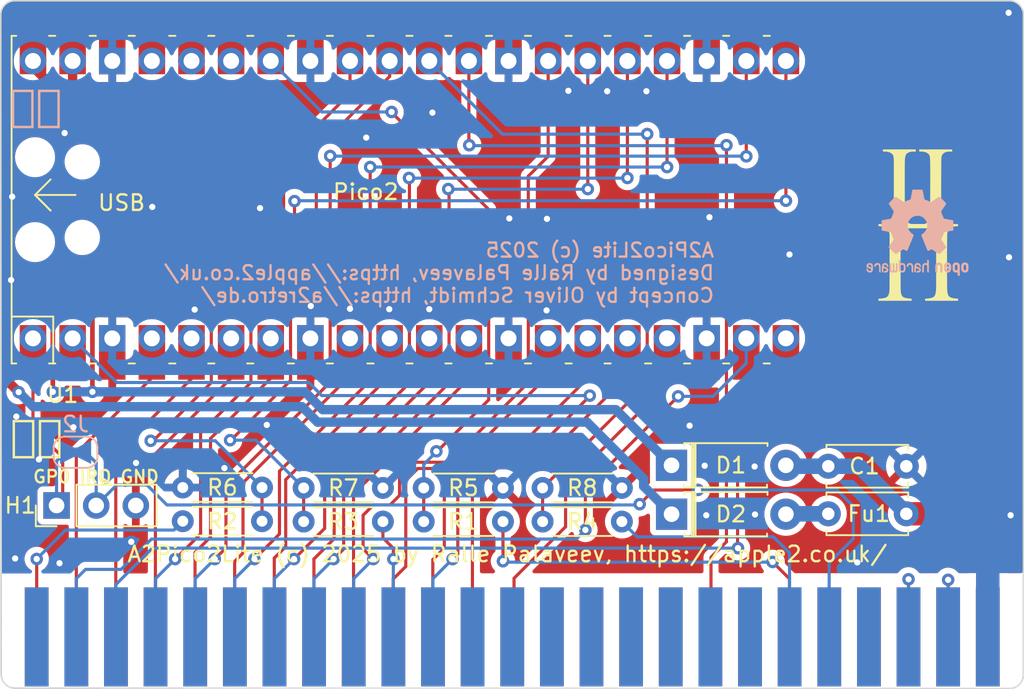
<source format=kicad_pcb>
(kicad_pcb (version 20240108) (generator "pcbnew") (generator_version "8.0")
  (title_block (title "A2Pico2Lite"))
  (layers (0 "F.Cu" signal) (31 "B.Cu" signal) (34 "B.Paste" user) (35 "F.Paste" user) (36 "B.SilkS" user "B.Silkscreen") (37 "F.SilkS" user "F.Silkscreen") (38 "B.Mask" user) (39 "F.Mask" user) (44 "Edge.Cuts" user))
  (net 0 "")
  (net 1 "GND")
  (net 2 "3.3V")
  (net 3 "VSYS")
  (net 4 "5V")
  (net 5 "VBUS")
  (net 6 "PHI0")
  (net 7 "A10")
  (net 8 "A11")
  (net 9 "D0")
  (net 10 "A0")
  (net 11 "D1")
  (net 12 "D2")
  (net 13 "D3")
  (net 14 "A1")
  (net 15 "A2")
  (net 16 "A3")
  (net 17 "D4")
  (net 18 "A4")
  (net 19 "D7")
  (net 20 "A7")
  (net 21 "A8")
  (net 22 "A9")
  (net 23 "A6")
  (net 24 "A5")
  (net 25 "D5")
  (net 26 "D6")
  (net 27 "3V3_en")
  (net 28 "ADC_VREF")
  (net 29 "~{DevSel}_")
  (net 30 "~{IOSel}_")
  (net 31 "~{IOStb}_")
  (net 32 "GPIO0")
  (net 33 "~{IRQ}")
  (net 34 "R~{W}")
  (net 35 "~{Reset}")
  (net 36 "~{IOStb}")
  (net 37 "~{IOSel}")
  (net 38 "~{DevSel}")
  (net 39 "5V-1")
  (net 40 "RUN")
  (footprint "" (layer "F.Cu") (at 150.606 123.90165)
    (property "Reference" "")
    (property "Value" "")
  )
  (footprint "Resistor_THT:R_Axial_DIN0204_L3.6mm_D1.6mm_P5.08mm_Horizontal" (layer "F.Cu") (at 155.0924 116.5098 180)
    (property "Reference" "R4")
    (property "Value" "10k" (hide yes))
  )
  (footprint "" (layer "F.Cu") (at 178.546 123.90165)
    (property "Reference" "")
    (property "Value" "")
  )
  (footprint "Resistor_THT:R_Axial_DIN0204_L3.6mm_D1.6mm_P5.08mm_Horizontal" (layer "F.Cu") (at 132.0292 114.3254 180)
    (property "Reference" "R6")
    (property "Value" "20k" (hide yes))
  )
  (footprint "" (layer "F.Cu") (at 153.146 123.90165)
    (property "Reference" "")
    (property "Value" "")
  )
  (footprint "" (layer "F.Cu") (at 173.466 123.90165)
    (property "Reference" "")
    (property "Value" "")
  )
  (footprint "" (layer "F.Cu") (at 158.226 123.90165)
    (property "Reference" "")
    (property "Value" "")
  )
  (footprint "Resistor_THT:R_Axial_DIN0204_L3.6mm_D1.6mm_P5.08mm_Horizontal" (layer "F.Cu") (at 147.4724 114.3508 180)
    (property "Reference" "R5")
    (property "Value" "20k" (hide yes))
  )
  (footprint "Resistor_THT:R_Axial_DIN0204_L3.6mm_D1.6mm_P5.08mm_Horizontal" (layer "F.Cu") (at 139.7762 114.3508 180)
    (property "Reference" "R7")
    (property "Value" "20k" (hide yes))
  )
  (footprint "" (layer "F.Cu") (at 125.206 123.90165)
    (property "Reference" "")
    (property "Value" "")
  )
  (footprint "" (layer "F.Cu") (at 148.066 123.90165)
    (property "Reference" "")
    (property "Value" "")
  )
  (footprint "" (layer "F.Cu") (at 137.906 123.90165)
    (property "Reference" "")
    (property "Value" "")
  )
  (footprint "LOGO" (layer "F.Cu") (at 174.0916 97.5106)
    (property "Reference" "G***" (hide yes))
    (property "Value" "LOGO" (hide yes))
  )
  (footprint "" (layer "F.Cu") (at 150.606 123.90165)
    (property "Reference" "")
    (property "Value" "")
  )
  (footprint "" (layer "F.Cu") (at 165.846 123.90165)
    (property "Reference" "")
    (property "Value" "")
  )
  (footprint "" (layer "F.Cu") (at 122.666 123.90165)
    (property "Reference" "")
    (property "Value" "")
  )
  (footprint "" (layer "F.Cu") (at 142.986 123.90165)
    (property "Reference" "")
    (property "Value" "")
  )
  (footprint "" (layer "F.Cu") (at 170.926 123.90165)
    (property "Reference" "")
    (property "Value" "")
  )
  (footprint "" (layer "F.Cu") (at 120.126 123.90165)
    (property "Reference" "")
    (property "Value" "")
  )
  (footprint "" (layer "F.Cu") (at 130.286 123.90165)
    (property "Reference" "")
    (property "Value" "")
  )
  (footprint "RaspberryPI PicoW:RPi_PicoW_SMD_TH" (layer "F.Cu") (at 141.478 95.87515 90)
    (property "Reference" "U1")
    (property "Value" "Pico" (hide yes))
  )
  (footprint "Capacitor_THT:C_Disc_D5.0mm_W2.5mm_P5.00mm" (layer "F.Cu") (at 168.3242 112.96205)
    (property "Reference" "C1")
    (property "Value" "100n" (hide yes))
  )
  (footprint "Resistor_THT:R_Axial_DIN0204_L3.6mm_D1.6mm_P5.08mm_Horizontal" (layer "F.Cu") (at 155.0924 114.3508 180)
    (property "Reference" "R8")
    (property "Value" "20k" (hide yes))
  )
  (footprint "Resistor_THT:R_Axial_DIN0204_L3.6mm_D1.6mm_P5.08mm_Horizontal" (layer "F.Cu") (at 147.4724 116.5098 180)
    (property "Reference" "R1")
    (property "Value" "10k" (hide yes))
  )
  (footprint "" (layer "F.Cu") (at 163.306 123.90165)
    (property "Reference" "")
    (property "Value" "")
  )
  (footprint "" (layer "F.Cu") (at 140.446 123.90165)
    (property "Reference" "")
    (property "Value" "")
  )
  (footprint "" (layer "F.Cu") (at 125.206 123.90165)
    (property "Reference" "")
    (property "Value" "")
  )
  (footprint "" (layer "F.Cu") (at 130.286 123.90165)
    (property "Reference" "")
    (property "Value" "")
  )
  (footprint "" (layer "F.Cu") (at 165.846 123.90165)
    (property "Reference" "")
    (property "Value" "")
  )
  (footprint "" (layer "F.Cu") (at 160.766 123.90165)
    (property "Reference" "")
    (property "Value" "")
  )
  (footprint "Capacitor_THT:C_Disc_D5.0mm_W2.5mm_P5.00mm" (layer "F.Cu") (at 173.3242 116.01005 180)
    (property "Reference" "Fu1")
    (property "Value" "500mA" (hide yes))
  )
  (footprint "" (layer "F.Cu") (at 176.006 123.90165)
    (property "Reference" "")
    (property "Value" "")
  )
  (footprint "" (layer "F.Cu") (at 163.306 123.90165)
    (property "Reference" "")
    (property "Value" "")
  )
  (footprint "" (layer "F.Cu") (at 117.586 123.90165)
    (property "Reference" "")
    (property "Value" "")
  )
  (footprint "" (layer "F.Cu") (at 160.766 123.90165)
    (property "Reference" "")
    (property "Value" "")
  )
  (footprint "" (layer "F.Cu") (at 140.446 123.90165)
    (property "Reference" "")
    (property "Value" "")
  )
  (footprint "" (layer "F.Cu") (at 145.526 123.90165)
    (property "Reference" "")
    (property "Value" "")
  )
  (footprint "" (layer "F.Cu") (at 178.546 123.90165)
    (property "Reference" "")
    (property "Value" "")
  )
  (footprint "" (layer "F.Cu") (at 170.926 123.90165)
    (property "Reference" "")
    (property "Value" "")
  )
  (footprint "Resistor_THT:R_Axial_DIN0204_L3.6mm_D1.6mm_P5.08mm_Horizontal" (layer "F.Cu") (at 132.0292 116.4844 180)
    (property "Reference" "R2")
    (property "Value" "10k" (hide yes))
  )
  (footprint "" (layer "F.Cu") (at 132.826 123.90165)
    (property "Reference" "")
    (property "Value" "")
  )
  (footprint "" (layer "F.Cu") (at 135.366 123.90165)
    (property "Reference" "")
    (property "Value" "")
  )
  (footprint "" (layer "F.Cu") (at 155.686 123.90165)
    (property "Reference" "")
    (property "Value" "")
  )
  (footprint "" (layer "F.Cu") (at 158.226 123.90165)
    (property "Reference" "")
    (property "Value" "")
  )
  (footprint "" (layer "F.Cu") (at 168.386 123.90165)
    (property "Reference" "")
    (property "Value" "")
  )
  (footprint "" (layer "F.Cu") (at 145.526 123.90165)
    (property "Reference" "")
    (property "Value" "")
  )
  (footprint "Diode_THT:D_T-1_P5.08mm_Horizontal" (layer "F.Cu") (at 158.2746 112.903)
    (property "Reference" "D1")
    (property "Value" "D_T-1_P5.08mm_Horizontal" (hide yes))
  )
  (footprint "" (layer "F.Cu") (at 173.466 123.90165)
    (property "Reference" "")
    (property "Value" "")
  )
  (footprint "" (layer "F.Cu") (at 122.666 123.90165)
    (property "Reference" "")
    (property "Value" "")
  )
  (footprint "" (layer "F.Cu") (at 168.386 123.90165)
    (property "Reference" "")
    (property "Value" "")
  )
  (footprint "Connector_PinHeader_2.54mm:PinHeader_1x03_P2.54mm_Vertical" (layer "F.Cu") (at 118.86 115.47665 90)
    (property "Reference" "H1")
    (property "Value" "PinHeader_1x03_P2.54mm_Vertical" (hide yes))
  )
  (footprint "Resistor_THT:R_Axial_DIN0204_L3.6mm_D1.6mm_P5.08mm_Horizontal" (layer "F.Cu") (at 139.7762 116.5098 180)
    (property "Reference" "R3")
    (property "Value" "10k" (hide yes))
  )
  (footprint "" (layer "F.Cu") (at 142.986 123.90165)
    (property "Reference" "")
    (property "Value" "")
  )
  (footprint "" (layer "F.Cu") (at 135.366 123.90165)
    (property "Reference" "")
    (property "Value" "")
  )
  (footprint "" (layer "F.Cu") (at 148.066 123.90165)
    (property "Reference" "")
    (property "Value" "")
  )
  (footprint "" (layer "F.Cu") (at 137.906 123.90165)
    (property "Reference" "")
    (property "Value" "")
  )
  (footprint "" (layer "F.Cu") (at 132.826 123.90165)
    (property "Reference" "")
    (property "Value" "")
  )
  (footprint "" (layer "F.Cu") (at 127.746 123.90165)
    (property "Reference" "")
    (property "Value" "")
  )
  (footprint "" (layer "F.Cu") (at 120.126 123.90165)
    (property "Reference" "")
    (property "Value" "")
  )
  (footprint "" (layer "F.Cu") (at 153.146 123.90165)
    (property "Reference" "")
    (property "Value" "")
  )
  (footprint "" (layer "F.Cu") (at 176.006 123.90165)
    (property "Reference" "")
    (property "Value" "")
  )
  (footprint "Diode_THT:D_T-1_P5.08mm_Horizontal" (layer "F.Cu") (at 158.278 116.03545)
    (property "Reference" "D2")
    (property "Value" "D_T-1_P5.08mm_Horizontal" (hide yes))
  )
  (footprint "" (layer "F.Cu") (at 155.686 123.90165)
    (property "Reference" "")
    (property "Value" "")
  )
  (footprint "" (layer "F.Cu") (at 127.746 123.90165)
    (property "Reference" "")
    (property "Value" "")
  )
  (footprint "" (layer "F.Cu") (at 117.586 123.90165)
    (property "Reference" "")
    (property "Value" "")
  )
  (footprint "Jumper:SolderJumper-2_P1.3mm_Bridged_RoundedPad1.0x1.5mm" (layer "B.Cu") (at 120.0762 112.0648 180)
    (property "Reference" "J2")
    (property "Value" "SolderJumper-2_P1.3mm_Bridged_RoundedPad1.0x1.5mm" (hide yes))
  )
  (footprint "Symbol:OSHW-Logo2_7.3x6mm_SilkScreen" (layer "B.Cu") (at 174.0408 97.9932 180)
    (property "Reference" "REF**" (hide yes))
    (property "Value" "OSHW-Logo2_7.3x6mm_SilkScreen" (hide yes))
  )
  (gr_line (start 120.078 95.57515) (end 117.478 95.57515) (stroke (width 0.12)) (layer "F.SilkS"))
  (gr_line (start 118.478 96.57515) (end 117.478 95.57515) (stroke (width 0.12)) (layer "F.SilkS"))
  (gr_line (start 118.478 94.57515) (end 117.478 95.57515) (stroke (width 0.12)) (layer "F.SilkS"))
  (gr_line (start 117.478 95.57515) (end 118.478 96.57515) (stroke (width 0.12)) (layer "F.SilkS"))
  (gr_arc (start 116.198623 127.184177) (mid 115.57 126.9238) (end 115.309623 126.295177) (stroke (width 0.1)) (layer "Edge.Cuts"))
  (gr_arc (start 180.828977 126.320577) (mid 180.5686 126.9492) (end 179.939977 127.209577) (stroke (width 0.1)) (layer "Edge.Cuts"))
  (gr_line (start 116.173223 83.127823) (end 179.939977 83.127823) (stroke (width 0.1)) (layer "Edge.Cuts"))
  (gr_arc (start 115.284223 84.016823) (mid 115.5446 83.3882) (end 116.173223 83.127823) (stroke (width 0.1)) (layer "Edge.Cuts"))
  (gr_line (start 116.198623 127.184177) (end 179.939977 127.209577) (stroke (width 0.1)) (layer "Edge.Cuts"))
  (gr_line (start 180.828977 126.320577) (end 180.828977 84.016823) (stroke (width 0.1)) (layer "Edge.Cuts"))
  (gr_line (start 115.309623 126.295177) (end 115.284223 84.016823) (stroke (width 0.1)) (layer "Edge.Cuts"))
  (gr_arc (start 179.939977 83.127823) (mid 180.5686 83.3882) (end 180.828977 84.016823) (stroke (width 0.1)) (layer "Edge.Cuts"))
  (gr_text "A2Pico2Lite (c) 2025\nDesigned by Ralle Palaveev, https://apple2.co.uk/\nConcept by Oliver Schmidt, https://a2retro.de/\n" (at 161.0868 102.5398 0) (layer "B.SilkS") (effects (font (size 0.9 0.9)) (justify left bottom mirror)))
  (gr_text "" (at 115.8494 91.1352 0) (layer "B.SilkS") (effects (font (size 2 2) (thickness 0.3) (bold yes)) (justify left bottom)))
  (gr_text "Pico2" (at 138.678 95.37515 0) (layer "F.SilkS") (effects (font (size 1 1))))
  (gr_text "" (at 155.686 123.90165 0) (layer "F.SilkS") (effects (font (size 1.27 1.27))))
  (gr_text "USB" (at 123.025 96.07665 0) (layer "F.SilkS") (effects (font (size 1 1))))
  (gr_text "A2Pico2Lite (c) 2025 by Ralle Palaveev, https://apple2.co.uk/" (at 147.7518 118.5926 0) (layer "F.SilkS") (effects (font (size 1 1))))
  (gr_text "" (at 155.686 123.90165 0) (layer "F.SilkS") (effects (font (size 1.27 1.27))))
  (gr_text "GP0 IRQ GND" (at 117.2702 114.10505 0) (layer "F.SilkS") (effects (font (size 0.8 0.8)) (justify left bottom)))
  (gr_text "" (at 115.9002 112.30005 0) (layer "F.SilkS") (effects (font (size 2 2) (thickness 0.3) (bold yes)) (justify left bottom)))
  (segment (start 176.006 120.242056) (end 176.006 123.90165) (width 0.2) (layer "F.Cu") (net 0))
  (segment (start 173.466 120.207843) (end 173.466 123.90165) (width 0.2) (layer "F.Cu") (net 0))
  (via (at 173.466 120.207843) (size 0.8) (drill 0.4) (layers "F.Cu" "B.Cu") (net 0))
  (via (at 176.006 120.242056) (size 0.8) (drill 0.4) (layers "F.Cu" "B.Cu") (net 0))
  (segment (start 173.466 120.207843) (end 173.466 123.90165) (width 0.2) (layer "B.Cu") (net 0))
  (segment (start 176.006 120.242056) (end 176.006 123.90165) (width 0.2) (layer "B.Cu") (net 0))
  (via (at 154.1526 88.9254) (size 0.8) (drill 0.4) (layers "F.Cu" "B.Cu") (net 1))
  (via (at 123.952 112.7506) (size 0.8) (drill 0.4) (layers "F.Cu" "B.Cu") (net 1))
  (via (at 119.9388 110.4646) (size 0.8) (drill 0.4) (layers "F.Cu" "B.Cu") (net 1))
  (via (at 140.1826 102.8954) (size 0.8) (drill 0.4) (layers "F.Cu" "B.Cu") (net 1))
  (via (at 117.729 112.522) (size 0.8) (drill 0.4) (layers "F.Cu" "B.Cu") (net 1))
  (via (at 160.5026 116.1034) (size 0.8) (drill 0.4) (layers "F.Cu" "B.Cu") (net 1))
  (via (at 151.6634 88.9) (size 0.8) (drill 0.4) (layers "F.Cu" "B.Cu") (net 1))
  (via (at 150.2918 97.1042) (size 0.8) (drill 0.4) (layers "F.Cu" "B.Cu") (net 1))
  (via (at 147.8788 97.0788) (size 0.8) (drill 0.4) (layers "F.Cu" "B.Cu") (net 1))
  (via (at 159.4358 110.363) (size 0.8) (drill 0.4) (layers "F.Cu" "B.Cu") (net 1))
  (via (at 160.401 112.9284) (size 0.8) (drill 0.4) (layers "F.Cu" "B.Cu") (net 1))
  (via (at 160.7058 97.0026) (size 0.8) (drill 0.4) (layers "F.Cu" "B.Cu") (net 1))
  (via (at 163.6014 112.9792) (size 0.8) (drill 0.4) (layers "F.Cu" "B.Cu") (net 1))
  (via (at 165.8366 99.3902) (size 0.8) (drill 0.4) (layers "F.Cu" "B.Cu") (net 1))
  (via (at 179.9082 99.568) (size 0.8) (drill 0.4) (layers "F.Cu" "B.Cu") (net 1))
  (via (at 163.6268 116.0526) (size 0.8) (drill 0.4) (layers "F.Cu" "B.Cu") (net 1))
  (via (at 123.6472 117.8052) (size 0.8) (drill 0.4) (layers "F.Cu" "B.Cu") (net 1))
  (via (at 129.6162 113.0808) (size 0.8) (drill 0.4) (layers "F.Cu" "B.Cu") (net 1))
  (via (at 116.205 118.872) (size 0.8) (drill 0.4) (layers "F.Cu" "B.Cu") (net 1))
  (via (at 127.7112 102.9208) (size 0.8) (drill 0.4) (layers "F.Cu" "B.Cu") (net 1))
  (via (at 142.748 102.8954) (size 0.8) (drill 0.4) (layers "F.Cu" "B.Cu") (net 1))
  (via (at 135.1534 102.6922) (size 0.8) (drill 0.4) (layers "F.Cu" "B.Cu") (net 1))
  (via (at 170.18 119.126) (size 0.8) (drill 0.4) (layers "F.Cu" "B.Cu") (net 1))
  (via (at 180.0098 116.1034) (size 0.8) (drill 0.4) (layers "F.Cu" "B.Cu") (net 1))
  (via (at 119.375 91.60665) (size 0.8) (drill 0.4) (layers "F.Cu" "B.Cu") (net 1))
  (via (at 150.2664 102.9716) (size 0.8) (drill 0.4) (layers "F.Cu" "B.Cu") (net 1))
  (via (at 116.015 95.68665) (size 0.8) (drill 0.4) (layers "F.Cu" "B.Cu") (net 1))
  (via (at 179.8828 83.8962) (size 0.8) (drill 0.4) (layers "F.Cu" "B.Cu") (net 1))
  (via (at 138.7094 91.8972) (size 0.8) (drill 0.4) (layers "F.Cu" "B.Cu") (net 1))
  (via (at 137.668 102.87) (size 0.8) (drill 0.4) (layers "F.Cu" "B.Cu") (net 1))
  (via (at 131.9022 96.4184) (size 0.8) (drill 0.4) (layers "F.Cu" "B.Cu") (net 1))
  (via (at 142.9512 90.297) (size 0.8) (drill 0.4) (layers "F.Cu" "B.Cu") (net 1))
  (via (at 156.6672 88.9254) (size 0.8) (drill 0.4) (layers "F.Cu" "B.Cu") (net 1))
  (via (at 115.945 101.02665) (size 0.8) (drill 0.4) (layers "F.Cu" "B.Cu") (net 1))
  (via (at 116.2812 109.7788) (size 0.8) (drill 0.4) (layers "F.Cu" "B.Cu") (net 1))
  (via (at 132.334 110.3122) (size 0.8) (drill 0.4) (layers "F.Cu" "B.Cu") (net 1))
  (via (at 124.9934 96.3422) (size 0.8) (drill 0.4) (layers "F.Cu" "B.Cu") (net 1))
  (via (at 119.0498 119.1768) (size 0.8) (drill 0.4) (layers "F.Cu" "B.Cu") (net 1))
  (segment (start 178.546 117.363043) (end 178.546 123.90165) (width 1.5) (layer "B.Cu") (net 1))
  (segment (start 118.618 108.19415) (end 118.618 102.92365) (width 0.3) (layer "F.Cu") (net 3))
  (segment (start 123.063 91.55715) (end 119.888 88.38215) (width 0.6) (layer "F.Cu") (net 3))
  (segment (start 118.618 102.47915) (end 119.507 101.59015) (width 0.6) (layer "F.Cu") (net 3))
  (segment (start 121.92 101.59015) (end 123.063 100.44715) (width 0.6) (layer "F.Cu") (net 3))
  (segment (start 119.507 101.59015) (end 121.92 101.59015) (width 0.6) (layer "F.Cu") (net 3))
  (segment (start 121.158 101.59015) (end 121.158 102.92365) (width 0.6) (layer "F.Cu") (net 3))
  (segment (start 118.618 102.92365) (end 118.618 102.47915) (width 0.6) (layer "F.Cu") (net 3))
  (segment (start 119.888 88.38215) (end 119.888 86.98515) (width 0.6) (layer "F.Cu") (net 3))
  (segment (start 121.158 108.19415) (end 121.158 102.92365) (width 0.3) (layer "F.Cu") (net 3))
  (segment (start 123.063 100.44715) (end 123.063 91.55715) (width 0.6) (layer "F.Cu") (net 3))
  (via (at 118.618 108.19415) (size 0.8) (drill 0.4) (layers "F.Cu" "B.Cu") (net 3))
  (via (at 121.158 108.19415) (size 0.8) (drill 0.4) (layers "F.Cu" "B.Cu") (net 3))
  (segment (start 134.77632 108.19415) (end 135.91657 109.3344) (width 0.6) (layer "B.Cu") (net 3))
  (segment (start 154.706 109.3344) (end 158.2746 112.903) (width 0.6) (layer "B.Cu") (net 3))
  (segment (start 135.91657 109.3344) (end 154.706 109.3344) (width 0.6) (layer "B.Cu") (net 3))
  (segment (start 121.158 108.19415) (end 118.618 108.19415) (width 0.6) (layer "B.Cu") (net 3))
  (segment (start 121.158 108.19415) (end 134.77632 108.19415) (width 0.6) (layer "B.Cu") (net 3))
  (segment (start 177.215507 116.01005) (end 173.3242 116.01005) (width 1.5) (layer "F.Cu") (net 4))
  (segment (start 178.546 117.340543) (end 178.546 123.90165) (width 1.5) (layer "F.Cu") (net 4))
  (segment (start 178.546 117.340543) (end 177.215507 116.01005) (width 1.5) (layer "F.Cu") (net 4))
  (segment (start 173.3242 115.98085) (end 170.3054 112.96205) (width 1) (layer "B.Cu") (net 4))
  (segment (start 173.3242 116.01005) (end 173.3242 115.98085) (width 1) (layer "B.Cu") (net 4))
  (segment (start 165.66365 112.96205) (end 165.6046 112.903) (width 1) (layer "B.Cu") (net 4))
  (segment (start 168.3242 112.96205) (end 165.66365 112.96205) (width 1) (layer "B.Cu") (net 4))
  (segment (start 170.3054 112.96205) (end 168.3242 112.96205) (width 1) (layer "B.Cu") (net 4))
  (segment (start 117.348 87.36615) (end 117.348 86.98515) (width 0.6) (layer "F.Cu") (net 5))
  (segment (start 115.824 107.60425) (end 115.824 103.43165) (width 0.6) (layer "F.Cu") (net 5))
  (segment (start 122.047 92.06515) (end 117.348 87.36615) (width 0.6) (layer "F.Cu") (net 5))
  (segment (start 116.432 108.21225) (end 115.824 107.60425) (width 0.6) (layer "F.Cu") (net 5))
  (segment (start 118.745 100.51065) (end 121.412 100.51065) (width 0.6) (layer "F.Cu") (net 5))
  (segment (start 122.047 99.87565) (end 122.047 92.06515) (width 0.6) (layer "F.Cu") (net 5))
  (segment (start 115.824 103.43165) (end 118.745 100.51065) (width 0.6) (layer "F.Cu") (net 5))
  (segment (start 121.412 100.51065) (end 122.047 99.87565) (width 0.6) (layer "F.Cu") (net 5))
  (via (at 116.432 108.21225) (size 0.8) (drill 0.4) (layers "F.Cu" "B.Cu") (net 5))
  (segment (start 156.4894 114.24685) (end 158.278 116.03545) (width 0.6) (layer "B.Cu") (net 5))
  (segment (start 135.5852 110.1344) (end 152.8572 110.1344) (width 0.6) (layer "B.Cu") (net 5))
  (segment (start 152.8572 110.1344) (end 156.4894 113.7666) (width 0.6) (layer "B.Cu") (net 5))
  (segment (start 117.3639 109.14415) (end 134.59495 109.14415) (width 0.6) (layer "B.Cu") (net 5))
  (segment (start 134.59495 109.14415) (end 135.5852 110.1344) (width 0.6) (layer "B.Cu") (net 5))
  (segment (start 156.4894 113.7666) (end 156.4894 114.24685) (width 0.6) (layer "B.Cu") (net 5))
  (segment (start 116.432 108.21225) (end 117.3639 109.14415) (width 0.6) (layer "B.Cu") (net 5))
  (segment (start 153.035 108.4344) (end 153.035 108.464001) (width 0.2) (layer "F.Cu") (net 6))
  (segment (start 144.5768 118.57385) (end 144.23675 118.9139) (width 0.2) (layer "F.Cu") (net 6))
  (segment (start 146.7866 112.4712) (end 144.5768 114.681) (width 0.2) (layer "F.Cu") (net 6))
  (segment (start 149.027801 112.4712) (end 146.7866 112.4712) (width 0.2) (layer "F.Cu") (net 6))
  (segment (start 144.5768 114.681) (end 144.5768 118.57385) (width 0.2) (layer "F.Cu") (net 6))
  (segment (start 153.035 108.464001) (end 149.027801 112.4712) (width 0.2) (layer "F.Cu") (net 6))
  (via (at 144.23675 118.9139) (size 0.8) (drill 0.4) (layers "F.Cu" "B.Cu") (net 6))
  (via (at 153.035 108.4344) (size 0.8) (drill 0.4) (layers "F.Cu" "B.Cu") (net 6))
  (segment (start 142.98325 120.1674) (end 142.98325 123.9044) (width 0.2) (layer "B.Cu") (net 6))
  (segment (start 122.717 107.59415) (end 119.888 104.76515) (width 0.2) (layer "B.Cu") (net 6))
  (segment (start 153.035 108.4344) (end 153.0332 108.4326) (width 0.2) (layer "B.Cu") (net 6))
  (segment (start 153.0332 108.4326) (end 135.863298 108.4326) (width 0.2) (layer "B.Cu") (net 6))
  (segment (start 135.863298 108.4326) (end 135.024848 107.59415) (width 0.2) (layer "B.Cu") (net 6))
  (segment (start 142.98325 123.9044) (end 142.97775 123.9099) (width 0.2) (layer "B.Cu") (net 6))
  (segment (start 144.23675 118.9139) (end 142.98325 120.1674) (width 0.2) (layer "B.Cu") (net 6))
  (segment (start 135.024848 107.59415) (end 122.717 107.59415) (width 0.2) (layer "B.Cu") (net 6))
  (segment (start 155.448 104.76515) (end 155.448 107.177436) (width 0.2) (layer "F.Cu") (net 7))
  (segment (start 147.0914 113.0554) (end 145.515 114.6318) (width 0.2) (layer "F.Cu") (net 7))
  (segment (start 149.570036 113.0554) (end 147.0914 113.0554) (width 0.2) (layer "F.Cu") (net 7))
  (segment (start 155.448 107.177436) (end 149.570036 113.0554) (width 0.2) (layer "F.Cu") (net 7))
  (segment (start 145.515 114.6318) (end 145.515 123.90165) (width 0.2) (layer "F.Cu") (net 7))
  (segment (start 148.182 123.90165) (end 148.182 120.1436) (width 0.2) (layer "F.Cu") (net 8))
  (segment (start 157.988 107.72805) (end 157.988 104.76515) (width 0.2) (layer "F.Cu") (net 8))
  (segment (start 151.4856 116.84) (end 151.4856 114.23045) (width 0.2) (layer "F.Cu") (net 8))
  (segment (start 148.182 120.1436) (end 151.4856 116.84) (width 0.2) (layer "F.Cu") (net 8))
  (segment (start 151.4856 114.23045) (end 157.988 107.72805) (width 0.2) (layer "F.Cu") (net 8))
  (segment (start 152.7556 117.0432) (end 152.7556 114.427) (width 0.2) (layer "F.Cu") (net 9))
  (segment (start 152.7556 114.427) (end 158.6992 108.4834) (width 0.2) (layer "F.Cu") (net 9))
  (via (at 158.6992 108.4834) (size 0.8) (drill 0.4) (layers "F.Cu" "B.Cu") (net 9))
  (via (at 152.7556 117.0432) (size 0.8) (drill 0.4) (layers "F.Cu" "B.Cu") (net 9))
  (segment (start 152.7556 117.0432) (end 152.16955 117.62925) (width 0.2) (layer "B.Cu") (net 9))
  (segment (start 152.16955 117.62925) (end 124.94075 117.62925) (width 0.2) (layer "B.Cu") (net 9))
  (segment (start 120.126 120.16465) (end 120.126 123.90165) (width 0.2) (layer "B.Cu") (net 9))
  (segment (start 122.996175 119.573825) (end 120.716825 119.573825) (width 0.2) (layer "B.Cu") (net 9))
  (segment (start 163.068 106.3498) (end 163.068 104.76515) (width 0.2) (layer "B.Cu") (net 9))
  (segment (start 120.716825 119.573825) (end 120.126 120.16465) (width 0.2) (layer "B.Cu") (net 9))
  (segment (start 160.9344 108.4834) (end 163.068 106.3498) (width 0.2) (layer "B.Cu") (net 9))
  (segment (start 158.6992 108.4834) (end 160.9344 108.4834) (width 0.2) (layer "B.Cu") (net 9))
  (segment (start 124.94075 117.62925) (end 122.996175 119.573825) (width 0.2) (layer "B.Cu") (net 9))
  (segment (start 120.126 118.90565) (end 120.126 112.13825) (width 0.2) (layer "F.Cu") (net 10))
  (segment (start 120.126 118.90565) (end 120.126 123.90165) (width 0.2) (layer "F.Cu") (net 10))
  (segment (start 120.126 112.13825) (end 124.968 107.29625) (width 0.2) (layer "F.Cu") (net 10))
  (segment (start 124.968 107.29625) (end 124.968 104.76515) (width 0.2) (layer "F.Cu") (net 10))
  (segment (start 165.608 108.9406) (end 165.608 104.76515) (width 0.2) (layer "F.Cu") (net 11))
  (segment (start 162.5092 118.1862) (end 162.5092 112.0394) (width 0.2) (layer "F.Cu") (net 11))
  (segment (start 162.5346 118.2116) (end 162.5092 118.1862) (width 0.2) (layer "F.Cu") (net 11))
  (segment (start 162.5092 112.0394) (end 165.608 108.9406) (width 0.2) (layer "F.Cu") (net 11))
  (via (at 162.5346 118.2116) (size 0.8) (drill 0.4) (layers "F.Cu" "B.Cu") (net 11))
  (segment (start 162.5346 118.2116) (end 162.53415 118.21115) (width 0.2) (layer "B.Cu") (net 11))
  (segment (start 162.53415 118.21115) (end 124.99385 118.21115) (width 0.2) (layer "B.Cu") (net 11))
  (segment (start 122.6605 120.5445) (end 122.6605 123.90715) (width 0.2) (layer "B.Cu") (net 11))
  (segment (start 124.99385 118.21115) (end 122.6605 120.5445) (width 0.2) (layer "B.Cu") (net 11))
  (segment (start 165.608 95.94405) (end 165.608 86.98515) (width 0.2) (layer "F.Cu") (net 12))
  (segment (start 126.4595 118.91115) (end 126.47825 118.91115) (width 0.2) (layer "F.Cu") (net 12))
  (segment (start 134.1104 99.88105) (end 134.1104 95.96945) (width 0.2) (layer "F.Cu") (net 12))
  (segment (start 126.47825 118.91115) (end 128.0922 117.2972) (width 0.2) (layer "F.Cu") (net 12))
  (segment (start 128.0922 117.2972) (end 128.0922 110.82095) (width 0.2) (layer "F.Cu") (net 12))
  (segment (start 128.0922 110.82095) (end 131.3164 107.59675) (width 0.2) (layer "F.Cu") (net 12))
  (segment (start 131.3164 102.67505) (end 134.1104 99.88105) (width 0.2) (layer "F.Cu") (net 12))
  (segment (start 131.3164 107.59675) (end 131.3164 102.67505) (width 0.2) (layer "F.Cu") (net 12))
  (via (at 134.1104 95.96945) (size 0.8) (drill 0.4) (layers "F.Cu" "B.Cu") (net 12))
  (via (at 126.4595 118.91115) (size 0.8) (drill 0.4) (layers "F.Cu" "B.Cu") (net 12))
  (via (at 165.608 95.94405) (size 0.8) (drill 0.4) (layers "F.Cu" "B.Cu") (net 12))
  (segment (start 125.2005 120.17015) (end 125.2005 123.90715) (width 0.2) (layer "B.Cu") (net 12))
  (segment (start 165.608 86.92865) (end 165.581 86.90165) (width 0.2) (layer "B.Cu") (net 12))
  (segment (start 165.608 95.94405) (end 134.1358 95.94405) (width 0.2) (layer "B.Cu") (net 12))
  (segment (start 126.4595 118.91115) (end 125.2005 120.17015) (width 0.2) (layer "B.Cu") (net 12))
  (segment (start 134.1358 95.94405) (end 134.1104 95.96945) (width 0.2) (layer "B.Cu") (net 12))
  (segment (start 129.7178 118.19285) (end 128.9995 118.91115) (width 0.2) (layer "F.Cu") (net 13))
  (segment (start 136.3964 93.07385) (end 136.3964 107.5706) (width 0.2) (layer "F.Cu") (net 13))
  (segment (start 163.068 93.09925) (end 163.068 86.98515) (width 0.2) (layer "F.Cu") (net 13))
  (segment (start 129.7178 114.2492) (end 129.7178 118.19285) (width 0.2) (layer "F.Cu") (net 13))
  (segment (start 136.3964 107.5706) (end 129.7178 114.2492) (width 0.2) (layer "F.Cu") (net 13))
  (via (at 128.9995 118.91115) (size 0.8) (drill 0.4) (layers "F.Cu" "B.Cu") (net 13))
  (via (at 163.068 93.09925) (size 0.8) (drill 0.4) (layers "F.Cu" "B.Cu") (net 13))
  (via (at 136.3964 93.07385) (size 0.8) (drill 0.4) (layers "F.Cu" "B.Cu") (net 13))
  (segment (start 127.7405 120.17015) (end 127.7405 123.90715) (width 0.2) (layer "B.Cu") (net 13))
  (segment (start 163.0538 93.08505) (end 136.4076 93.08505) (width 0.2) (layer "B.Cu") (net 13))
  (segment (start 163.068 93.09925) (end 163.0538 93.08505) (width 0.2) (layer "B.Cu") (net 13))
  (segment (start 128.9995 118.91115) (end 127.7405 120.17015) (width 0.2) (layer "B.Cu") (net 13))
  (segment (start 136.4076 93.08505) (end 136.3964 93.07385) (width 0.2) (layer "B.Cu") (net 13))
  (segment (start 122.655 118.90565) (end 122.655 123.90165) (width 0.2) (layer "F.Cu") (net 14))
  (segment (start 127.508 107.34705) (end 122.655 112.20005) (width 0.2) (layer "F.Cu") (net 14))
  (segment (start 122.655 112.20005) (end 122.655 118.90565) (width 0.2) (layer "F.Cu") (net 14))
  (segment (start 127.508 104.76515) (end 127.508 107.34705) (width 0.2) (layer "F.Cu") (net 14))
  (segment (start 125.206 120.157043) (end 125.206 123.90165) (width 0.2) (layer "F.Cu") (net 15))
  (segment (start 125.195 118.90565) (end 125.195 123.90165) (width 0.2) (layer "F.Cu") (net 15))
  (segment (start 130.048 107.30895) (end 130.048 104.76515) (width 0.2) (layer "F.Cu") (net 15))
  (segment (start 125.195 112.16195) (end 130.048 107.30895) (width 0.2) (layer "F.Cu") (net 15))
  (segment (start 125.195 118.90565) (end 125.195 112.16195) (width 0.2) (layer "F.Cu") (net 15))
  (segment (start 128.7272 117.4988) (end 127.735 118.491) (width 0.2) (layer "F.Cu") (net 16))
  (segment (start 132.588 104.76515) (end 132.588 107.32165) (width 0.2) (layer "F.Cu") (net 16))
  (segment (start 132.588 107.32165) (end 128.7272 111.18245) (width 0.2) (layer "F.Cu") (net 16))
  (segment (start 128.7272 111.18245) (end 128.7272 117.4988) (width 0.2) (layer "F.Cu") (net 16))
  (segment (start 127.735 118.491) (end 127.735 123.90165) (width 0.2) (layer "F.Cu") (net 16))
  (segment (start 157.988 93.78505) (end 157.988 86.98515) (width 0.2) (layer "F.Cu") (net 17))
  (segment (start 133.1468 117.30385) (end 133.1468 113.283764) (width 0.2) (layer "F.Cu") (net 17))
  (segment (start 138.9618 107.468764) (end 138.9618 93.78505) (width 0.2) (layer "F.Cu") (net 17))
  (segment (start 131.5395 118.91115) (end 133.1468 117.30385) (width 0.2) (layer "F.Cu") (net 17))
  (segment (start 133.1468 113.283764) (end 138.9618 107.468764) (width 0.2) (layer "F.Cu") (net 17))
  (via (at 138.9618 93.78505) (size 0.8) (drill 0.4) (layers "F.Cu" "B.Cu") (net 17))
  (via (at 131.5395 118.91115) (size 0.8) (drill 0.4) (layers "F.Cu" "B.Cu") (net 17))
  (via (at 157.988 93.78505) (size 0.8) (drill 0.4) (layers "F.Cu" "B.Cu") (net 17))
  (segment (start 157.988 93.78505) (end 138.9618 93.78505) (width 0.2) (layer "B.Cu") (net 17))
  (segment (start 130.2805 120.17015) (end 130.2805 123.90715) (width 0.2) (layer "B.Cu") (net 17))
  (segment (start 131.5395 118.91115) (end 130.2805 120.17015) (width 0.2) (layer "B.Cu") (net 17))
  (segment (start 130.81 114.0206) (end 130.81 118.52305) (width 0.2) (layer "F.Cu") (net 18))
  (segment (start 130.275 119.05805) (end 130.275 123.90165) (width 0.2) (layer "F.Cu") (net 18))
  (segment (start 137.668 104.76515) (end 137.668 107.1626) (width 0.2) (layer "F.Cu") (net 18))
  (segment (start 137.668 107.1626) (end 130.81 114.0206) (width 0.2) (layer "F.Cu") (net 18))
  (segment (start 130.81 118.52305) (end 130.275 119.05805) (width 0.2) (layer "F.Cu") (net 18))
  (segment (start 141.6748 112.7062) (end 143.98695 112.7062) (width 0.2) (layer "F.Cu") (net 19))
  (segment (start 149.0964 107.59675) (end 149.0964 94.36925) (width 0.2) (layer "F.Cu") (net 19))
  (segment (start 138.5062 118.25785) (end 138.5062 116.1034) (width 0.2) (layer "F.Cu") (net 19))
  (segment (start 140.843 114.8334) (end 140.843 113.538) (width 0.2) (layer "F.Cu") (net 19))
  (segment (start 138.5062 116.1034) (end 139.1666 115.443) (width 0.2) (layer "F.Cu") (net 19))
  (segment (start 140.2334 115.443) (end 140.843 114.8334) (width 0.2) (layer "F.Cu") (net 19))
  (segment (start 143.98695 112.7062) (end 149.0964 107.59675) (width 0.2) (layer "F.Cu") (net 19))
  (segment (start 149.0964 94.36925) (end 150.368 93.09765) (width 0.2) (layer "F.Cu") (net 19))
  (segment (start 150.368 93.09765) (end 150.368 86.98515) (width 0.2) (layer "F.Cu") (net 19))
  (segment (start 139.1595 118.91115) (end 138.5062 118.25785) (width 0.2) (layer "F.Cu") (net 19))
  (segment (start 140.843 113.538) (end 141.6748 112.7062) (width 0.2) (layer "F.Cu") (net 19))
  (segment (start 139.1666 115.443) (end 140.2334 115.443) (width 0.2) (layer "F.Cu") (net 19))
  (via (at 139.1595 118.91115) (size 0.8) (drill 0.4) (layers "F.Cu" "B.Cu") (net 19))
  (segment (start 137.9005 120.17015) (end 137.9005 123.90715) (width 0.2) (layer "B.Cu") (net 19))
  (segment (start 139.1595 118.91115) (end 137.9005 120.17015) (width 0.2) (layer "B.Cu") (net 19))
  (segment (start 145.288 107.34705) (end 137.895 114.74005) (width 0.2) (layer "F.Cu") (net 20))
  (segment (start 145.288 104.76515) (end 145.288 107.34705) (width 0.2) (layer "F.Cu") (net 20))
  (segment (start 137.895 114.74005) (end 137.895 123.90165) (width 0.2) (layer "F.Cu") (net 20))
  (segment (start 140.435 123.90165) (end 140.435 120.1944) (width 0.2) (layer "F.Cu") (net 21))
  (segment (start 141.243 119.3864) (end 141.243 113.8746) (width 0.2) (layer "F.Cu") (net 21))
  (segment (start 150.368 107.1372) (end 150.368 104.76515) (width 0.2) (layer "F.Cu") (net 21))
  (segment (start 142.0114 113.1062) (end 144.399 113.1062) (width 0.2) (layer "F.Cu") (net 21))
  (segment (start 141.243 113.8746) (end 142.0114 113.1062) (width 0.2) (layer "F.Cu") (net 21))
  (segment (start 140.435 120.1944) (end 141.243 119.3864) (width 0.2) (layer "F.Cu") (net 21))
  (segment (start 144.399 113.1062) (end 150.368 107.1372) (width 0.2) (layer "F.Cu") (net 21))
  (segment (start 146.5326 111.8362) (end 148.3868 111.8362) (width 0.2) (layer "F.Cu") (net 22))
  (segment (start 143.7132 118.2116) (end 143.7132 114.6556) (width 0.2) (layer "F.Cu") (net 22))
  (segment (start 148.3868 111.8362) (end 152.908 107.315) (width 0.2) (layer "F.Cu") (net 22))
  (segment (start 142.975 118.9498) (end 143.7132 118.2116) (width 0.2) (layer "F.Cu") (net 22))
  (segment (start 143.7132 114.6556) (end 146.5326 111.8362) (width 0.2) (layer "F.Cu") (net 22))
  (segment (start 142.975 123.90165) (end 142.975 118.9498) (width 0.2) (layer "F.Cu") (net 22))
  (segment (start 152.908 107.315) (end 152.908 104.76515) (width 0.2) (layer "F.Cu") (net 22))
  (segment (start 142.748 107.569) (end 142.748 104.76515) (width 0.2) (layer "F.Cu") (net 23))
  (segment (start 136.652 117.60865) (end 136.652 113.665) (width 0.2) (layer "F.Cu") (net 23))
  (segment (start 135.355 118.90565) (end 136.652 117.60865) (width 0.2) (layer "F.Cu") (net 23))
  (segment (start 136.652 113.665) (end 142.748 107.569) (width 0.2) (layer "F.Cu") (net 23))
  (segment (start 135.355 123.90165) (end 135.355 118.90565) (width 0.2) (layer "F.Cu") (net 23))
  (segment (start 132.815 118.8482) (end 133.5468 118.1164) (width 0.2) (layer "F.Cu") (net 24))
  (segment (start 140.208 107.1626) (end 140.208 104.76515) (width 0.2) (layer "F.Cu") (net 24))
  (segment (start 132.815 123.90165) (end 132.815 118.8482) (width 0.2) (layer "F.Cu") (net 24))
  (segment (start 132.826 123.90165) (end 132.8462 123.88145) (width 0.2) (layer "F.Cu") (net 24))
  (segment (start 133.5468 118.1164) (end 133.5468 113.8238) (width 0.2) (layer "F.Cu") (net 24))
  (segment (start 133.5468 113.8238) (end 140.208 107.1626) (width 0.2) (layer "F.Cu") (net 24))
  (segment (start 141.451 94.48505) (end 141.4764 94.51045) (width 0.2) (layer "F.Cu") (net 25))
  (segment (start 141.4764 94.51045) (end 141.4764 107.621164) (width 0.2) (layer "F.Cu") (net 25))
  (segment (start 141.4764 107.621164) (end 136.0424 113.055164) (width 0.2) (layer "F.Cu") (net 25))
  (segment (start 136.0424 113.055164) (end 136.0424 116.94825) (width 0.2) (layer "F.Cu") (net 25))
  (segment (start 155.448 86.98515) (end 155.448 94.67245) (width 0.2) (layer "F.Cu") (net 25))
  (segment (start 155.448 94.67245) (end 155.448 94.48505) (width 0.25) (layer "F.Cu") (net 25))
  (segment (start 136.0424 116.94825) (end 134.0795 118.91115) (width 0.2) (layer "F.Cu") (net 25))
  (via (at 141.451 94.48505) (size 0.8) (drill 0.4) (layers "F.Cu" "B.Cu") (net 25))
  (via (at 155.448 94.48505) (size 0.8) (drill 0.4) (layers "F.Cu" "B.Cu") (net 25))
  (via (at 134.0795 118.91115) (size 0.8) (drill 0.4) (layers "F.Cu" "B.Cu") (net 25))
  (segment (start 141.451 94.48505) (end 141.4622 94.49625) (width 0.2) (layer "B.Cu") (net 25))
  (segment (start 155.4368 94.49625) (end 155.448 94.48505) (width 0.2) (layer "B.Cu") (net 25))
  (segment (start 134.0795 118.91115) (end 132.8205 120.17015) (width 0.2) (layer "B.Cu") (net 25))
  (segment (start 141.4622 94.49625) (end 155.4368 94.49625) (width 0.2) (layer "B.Cu") (net 25))
  (segment (start 132.8205 120.17015) (end 132.8205 123.90715) (width 0.2) (layer "B.Cu") (net 25))
  (segment (start 144.0164 107.62805) (end 137.2616 114.38285) (width 0.2) (layer "F.Cu") (net 26))
  (segment (start 143.9656 95.19625) (end 144.0164 95.24705) (width 0.2) (layer "F.Cu") (net 26))
  (segment (start 137.2616 114.38285) (end 137.2616 118.26905) (width 0.2) (layer "F.Cu") (net 26))
  (segment (start 144.0164 95.24705) (end 144.0164 107.62805) (width 0.2) (layer "F.Cu") (net 26))
  (segment (start 137.2616 118.26905) (end 136.6195 118.91115) (width 0.2) (layer "F.Cu") (net 26))
  (segment (start 152.908 95.19625) (end 152.908 86.98515) (width 0.2) (layer "F.Cu") (net 26))
  (via (at 152.908 95.19625) (size 0.8) (drill 0.4) (layers "F.Cu" "B.Cu") (net 26))
  (via (at 136.6195 118.91115) (size 0.8) (drill 0.4) (layers "F.Cu" "B.Cu") (net 26))
  (via (at 143.9656 95.19625) (size 0.8) (drill 0.4) (layers "F.Cu" "B.Cu") (net 26))
  (segment (start 135.3605 120.17015) (end 135.3605 123.90715) (width 0.2) (layer "B.Cu") (net 26))
  (segment (start 143.9656 95.19625) (end 143.9768 95.20745) (width 0.2) (layer "B.Cu") (net 26))
  (segment (start 136.6195 118.91115) (end 135.3605 120.17015) (width 0.2) (layer "B.Cu") (net 26))
  (segment (start 152.8968 95.20745) (end 152.908 95.19625) (width 0.2) (layer "B.Cu") (net 26))
  (segment (start 143.9768 95.20745) (end 152.8968 95.20745) (width 0.2) (layer "B.Cu") (net 26))
  (segment (start 152.908 88.01765) (end 152.908 86.98515) (width 0.2) (layer "B.Cu") (net 26))
  (segment (start 130.034975 111.290425) (end 133.8564 107.469) (width 0.2) (layer "F.Cu") (net 29))
  (segment (start 135.509 100.66685) (end 135.509 92.678875) (width 0.2) (layer "F.Cu") (net 29))
  (segment (start 140.208 87.979875) (end 140.208 86.98515) (width 0.2) (layer "F.Cu") (net 29))
  (segment (start 129.984175 111.290425) (end 130.034975 111.290425) (width 0.2) (layer "F.Cu") (net 29))
  (segment (start 133.8564 107.469) (end 133.8564 102.31945) (width 0.2) (layer "F.Cu") (net 29))
  (segment (start 135.509 92.678875) (end 140.208 87.979875) (width 0.2) (layer "F.Cu") (net 29))
  (segment (start 134.6962 116.5098) (end 134.6962 114.3508) (width 0.2) (layer "F.Cu") (net 29))
  (segment (start 133.8564 102.31945) (end 135.509 100.66685) (width 0.2) (layer "F.Cu") (net 29))
  (via (at 129.984175 111.290425) (size 0.8) (drill 0.4) (layers "F.Cu" "B.Cu") (net 29))
  (segment (start 129.984175 111.290425) (end 131.635825 111.290425) (width 0.2) (layer "B.Cu") (net 29))
  (segment (start 131.635825 111.290425) (end 134.67905 114.33365) (width 0.2) (layer "B.Cu") (net 29))
  (segment (start 124.8918 111.3282) (end 125.05085 111.3282) (width 0.2) (layer "F.Cu") (net 30))
  (segment (start 125.05085 111.3282) (end 128.7764 107.60265) (width 0.2) (layer "F.Cu") (net 30))
  (segment (start 133.4104 93.31825) (end 137.668 89.06065) (width 0.2) (layer "F.Cu") (net 30))
  (segment (start 133.4104 98.82845) (end 133.4104 93.31825) (width 0.2) (layer "F.Cu") (net 30))
  (segment (start 128.7764 103.46245) (end 133.4104 98.82845) (width 0.2) (layer "F.Cu") (net 30))
  (segment (start 137.668 89.06065) (end 137.668 87.04865) (width 0.2) (layer "F.Cu") (net 30))
  (segment (start 128.7764 107.60265) (end 128.7764 103.46245) (width 0.2) (layer "F.Cu") (net 30))
  (segment (start 132.0292 114.3254) (end 132.0292 116.4844) (width 0.2) (layer "F.Cu") (net 30))
  (via (at 124.8918 111.3282) (size 0.8) (drill 0.4) (layers "F.Cu" "B.Cu") (net 30))
  (segment (start 124.8918 111.3282) (end 129.032 111.3282) (width 0.2) (layer "B.Cu") (net 30))
  (segment (start 129.032 111.3282) (end 132.0292 114.3254) (width 0.2) (layer "B.Cu") (net 30))
  (segment (start 140.3334 90.2792) (end 140.3334 90.25445) (width 0.2) (layer "F.Cu") (net 31))
  (segment (start 143.25785 112.0062) (end 146.5564 108.70765) (width 0.2) (layer "F.Cu") (net 31))
  (segment (start 143.2052 112.0062) (end 143.25785 112.0062) (width 0.2) (layer "F.Cu") (net 31))
  (segment (start 146.5564 108.70765) (end 146.5564 96.5022) (width 0.2) (layer "F.Cu") (net 31))
  (segment (start 146.5564 96.5022) (end 140.3334 90.2792) (width 0.2) (layer "F.Cu") (net 31))
  (segment (start 142.3924 114.3762) (end 142.3924 116.5352) (width 0.2) (layer "F.Cu") (net 31))
  (via (at 140.3334 90.25445) (size 0.8) (drill 0.4) (layers "F.Cu" "B.Cu") (net 31))
  (via (at 143.2052 112.0062) (size 0.8) (drill 0.4) (layers "F.Cu" "B.Cu") (net 31))
  (segment (start 140.3334 90.25445) (end 135.8573 90.25445) (width 0.2) (layer "B.Cu") (net 31))
  (segment (start 143.2052 112.0394) (end 142.3924 112.8522) (width 0.2) (layer "B.Cu") (net 31))
  (segment (start 135.8573 90.25445) (end 132.588 86.98515) (width 0.2) (layer "B.Cu") (net 31))
  (segment (start 143.2052 112.0062) (end 143.2052 112.0394) (width 0.2) (layer "B.Cu") (net 31))
  (segment (start 142.3924 112.8522) (end 142.3924 114.3762) (width 0.2) (layer "B.Cu") (net 31))
  (segment (start 117.348 110.48365) (end 117.348 104.76515) (width 0.2) (layer "F.Cu") (net 32))
  (segment (start 119.253 115.08365) (end 119.253 112.38865) (width 0.2) (layer "F.Cu") (net 32))
  (segment (start 119.253 112.38865) (end 117.348 110.48365) (width 0.2) (layer "F.Cu") (net 32))
  (segment (start 118.86 115.47665) (end 119.253 115.08365) (width 0.2) (layer "F.Cu") (net 32))
  (segment (start 119.4262 112.0648) (end 118.86 112.631) (width 0.2) (layer "B.Cu") (net 32))
  (segment (start 118.86 112.631) (end 118.86 115.47665) (width 0.2) (layer "B.Cu") (net 32))
  (segment (start 157.14155 114.48605) (end 156.2354 115.3922) (width 0.2) (layer "F.Cu") (net 33))
  (segment (start 159.96095 114.48605) (end 157.14155 114.48605) (width 0.2) (layer "F.Cu") (net 33))
  (segment (start 159.9692 114.4778) (end 159.96095 114.48605) (width 0.2) (layer "F.Cu") (net 33))
  (via (at 159.9692 114.4778) (size 0.8) (drill 0.4) (layers "F.Cu" "B.Cu") (net 33))
  (via (at 156.2354 115.3922) (size 0.8) (drill 0.4) (layers "F.Cu" "B.Cu") (net 33))
  (segment (start 125.9332 115.443) (end 124.64605 114.15585) (width 0.2) (layer "B.Cu") (net 33))
  (segment (start 124.64605 114.15585) (end 122.7208 114.15585) (width 0.2) (layer "B.Cu") (net 33))
  (segment (start 121.4 112.7386) (end 121.4 115.47665) (width 0.2) (layer "B.Cu") (net 33))
  (segment (start 120.7262 112.0648) (end 121.4 112.7386) (width 0.2) (layer "B.Cu") (net 33))
  (segment (start 169.9244 115.52745) (end 169.9244 117.61025) (width 0.2) (layer "B.Cu") (net 33))
  (segment (start 159.9692 114.4778) (end 159.97745 114.48605) (width 0.2) (layer "B.Cu") (net 33))
  (segment (start 122.7208 114.15585) (end 121.4 115.47665) (width 0.2) (layer "B.Cu") (net 33))
  (segment (start 168.3805 119.15415) (end 168.3805 124.03415) (width 0.2) (layer "B.Cu") (net 33))
  (segment (start 168.883 114.48605) (end 169.9244 115.52745) (width 0.2) (layer "B.Cu") (net 33))
  (segment (start 159.97745 114.48605) (end 168.883 114.48605) (width 0.2) (layer "B.Cu") (net 33))
  (segment (start 156.2354 115.3922) (end 156.1846 115.443) (width 0.2) (layer "B.Cu") (net 33))
  (segment (start 169.9244 117.61025) (end 168.3805 119.15415) (width 0.2) (layer "B.Cu") (net 33))
  (segment (start 156.1846 115.443) (end 125.9332 115.443) (width 0.2) (layer "B.Cu") (net 33))
  (segment (start 161.7964 92.38505) (end 161.7964 117.8068) (width 0.2) (layer "F.Cu") (net 34))
  (segment (start 145.2864 86.98675) (end 145.288 86.98515) (width 0.2) (layer "F.Cu") (net 34))
  (segment (start 145.2864 92.35965) (end 145.2864 86.98675) (width 0.2) (layer "F.Cu") (net 34))
  (segment (start 160.8058 123.95245) (end 160.882 124.02865) (width 0.2) (layer "F.Cu") (net 34))
  (segment (start 160.8058 118.7974) (end 160.8058 123.95245) (width 0.2) (layer "F.Cu") (net 34))
  (segment (start 161.7964 117.8068) (end 160.8058 118.7974) (width 0.2) (layer "F.Cu") (net 34))
  (segment (start 145.3118 92.38505) (end 145.2864 92.35965) (width 0.2) (layer "F.Cu") (net 34))
  (via (at 145.3118 92.38505) (size 0.8) (drill 0.4) (layers "F.Cu" "B.Cu") (net 34))
  (via (at 161.7964 92.38505) (size 0.8) (drill 0.4) (layers "F.Cu" "B.Cu") (net 34))
  (segment (start 161.768 92.41345) (end 161.7964 92.38505) (width 0.2) (layer "B.Cu") (net 34))
  (segment (start 145.3402 92.41345) (end 161.768 92.41345) (width 0.2) (layer "B.Cu") (net 34))
  (segment (start 145.3118 92.38505) (end 145.3402 92.41345) (width 0.2) (layer "B.Cu") (net 34))
  (segment (start 165.8405 118.5203) (end 165.8405 124.03415) (width 0.2) (layer "B.Cu") (net 35))
  (segment (start 156.06875 117.48615) (end 164.80635 117.48615) (width 0.2) (layer "B.Cu") (net 35))
  (segment (start 155.0924 116.5098) (end 156.06875 117.48615) (width 0.2) (layer "B.Cu") (net 35))
  (segment (start 164.80635 117.48615) (end 165.8405 118.5203) (width 0.2) (layer "B.Cu") (net 35))
  (segment (start 165.835 120.17565) (end 165.835 124.02865) (width 0.2) (layer "F.Cu") (net 36))
  (segment (start 164.7555 119.09615) (end 165.835 120.17565) (width 0.2) (layer "F.Cu") (net 36))
  (segment (start 147.4724 119.0498) (end 147.4724 116.5352) (width 0.2) (layer "F.Cu") (net 36))
  (via (at 164.7555 119.09615) (size 0.8) (drill 0.4) (layers "F.Cu" "B.Cu") (net 36))
  (via (at 147.4724 119.0498) (size 0.8) (drill 0.4) (layers "F.Cu" "B.Cu") (net 36))
  (segment (start 147.4724 119.0498) (end 147.53145 119.10885) (width 0.2) (layer "B.Cu") (net 36))
  (segment (start 164.7428 119.10885) (end 164.7555 119.09615) (width 0.2) (layer "B.Cu") (net 36))
  (segment (start 147.53145 119.10885) (end 164.7428 119.10885) (width 0.2) (layer "B.Cu") (net 36))
  (segment (start 117.586 118.90565) (end 117.586 123.90165) (width 0.2) (layer "F.Cu") (net 37))
  (via (at 117.586 118.90565) (size 0.8) (drill 0.4) (layers "F.Cu" "B.Cu") (net 37))
  (segment (start 119.4402 117.05145) (end 126.38215 117.05145) (width 0.2) (layer "B.Cu") (net 37))
  (segment (start 117.586 118.90565) (end 119.4402 117.05145) (width 0.2) (layer "B.Cu") (net 37))
  (segment (start 126.38215 117.05145) (end 126.9492 116.4844) (width 0.2) (layer "B.Cu") (net 37))
  (segment (start 140.446 118.91115) (end 140.446 118.221) (width 0.2) (layer "F.Cu") (net 38))
  (segment (start 139.7762 117.5512) (end 139.7762 116.5098) (width 0.2) (layer "F.Cu") (net 38))
  (segment (start 140.446 118.221) (end 139.7762 117.5512) (width 0.2) (layer "F.Cu") (net 38))
  (via (at 140.446 118.91115) (size 0.8) (drill 0.4) (layers "F.Cu" "B.Cu") (net 38))
  (segment (start 140.446 123.90165) (end 140.4405 123.90715) (width 0.2) (layer "B.Cu") (net 38))
  (segment (start 140.446 118.91115) (end 140.446 123.90165) (width 0.2) (layer "B.Cu") (net 38))
  (segment (start 165.6334 116.01005) (end 165.608 116.03545) (width 1) (layer "B.Cu") (net 39))
  (segment (start 168.3242 116.01005) (end 165.6334 116.01005) (width 1) (layer "B.Cu") (net 39))
  (segment (start 156.718 107.6452) (end 156.718 91.6686) (width 0.2) (layer "F.Cu") (net 40))
  (segment (start 150.0124 114.3508) (end 156.718 107.6452) (width 0.2) (layer "F.Cu") (net 40))
  (segment (start 150.0124 114.3508) (end 150.0124 116.5098) (width 0.2) (layer "F.Cu") (net 40))
  (via (at 156.718 91.6686) (size 0.8) (drill 0.4) (layers "F.Cu" "B.Cu") (net 40))
  (segment (start 147.4397 91.67685) (end 156.70975 91.67685) (width 0.2) (layer "B.Cu") (net 40))
  (segment (start 156.70975 91.67685) (end 156.718 91.6686) (width 0.2) (layer "B.Cu") (net 40))
  (segment (start 142.748 86.98515) (end 147.4397 91.67685) (width 0.2) (layer "B.Cu") (net 40))
  (zone (net 0) (net_name "") (layer "F.Cu") (connect_pads (clearance 0)) (min_thickness 0.254)
    (keepout (tracks not_allowed) (vias not_allowed) (pads allowed) (copperpour not_allowed) (footprints allowed))
    (fill (thermal_gap 0.508) (thermal_bridge_width 0.508))
    (polygon (pts (xy 131.628 97.32515) (xy 131.628 99.42515) (xy 129.528 99.42515) (xy 129.528 97.32515)))
  )
  (zone (net 0) (net_name "") (layer "F.Cu") (connect_pads (clearance 0)) (min_thickness 0.254)
    (keepout (tracks not_allowed) (vias not_allowed) (pads allowed) (copperpour not_allowed) (footprints allowed))
    (fill (thermal_gap 0.508) (thermal_bridge_width 0.508))
    (polygon (pts (xy 121.328 92.37515) (xy 121.328 99.37515) (xy 116.528 99.37515) (xy 116.528 92.37515)))
  )
  (zone (net 0) (net_name "") (layer "F.Cu") (connect_pads (clearance 0)) (min_thickness 0.254)
    (keepout (tracks not_allowed) (vias not_allowed) (pads allowed) (copperpour not_allowed) (footprints allowed))
    (fill (thermal_gap 0.508) (thermal_bridge_width 0.508))
    (polygon (pts (xy 126.628 97.32515) (xy 126.628 99.42515) (xy 124.528 99.42515) (xy 124.528 97.32515)))
  )
  (zone (net 0) (net_name "") (layer "F.Cu") (connect_pads (clearance 0)) (min_thickness 0.254)
    (keepout (tracks not_allowed) (vias not_allowed) (pads allowed) (copperpour not_allowed) (footprints allowed))
    (fill (thermal_gap 0.508) (thermal_bridge_width 0.508))
    (polygon (pts (xy 129.118 97.32515) (xy 129.118 99.42515) (xy 127.018 99.42515) (xy 127.018 97.32515)))
  )
  (zone (net 1) (net_name "GND") (layers "F&B.Cu") (connect_pads (clearance 0.381)) (min_thickness 0.25) (fill yes (thermal_gap 0.5) (thermal_bridge_width 0.5))
    (polygon (pts (xy 180.7972 119.8118) (xy 180.8226 83.1088) (xy 115.2906 83.1088) (xy 115.2652 119.8372)))
  )
)
</source>
